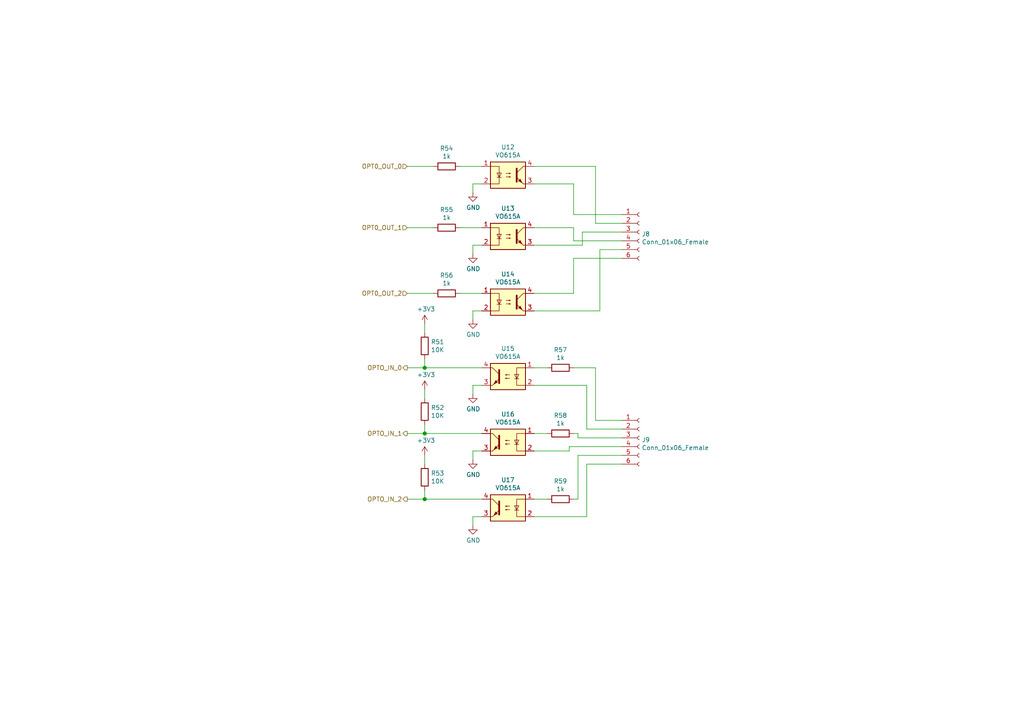
<source format=kicad_sch>
(kicad_sch (version 20201015) (generator eeschema)

  (paper "A4")

  (lib_symbols
    (symbol "Connector:Conn_01x06_Female" (pin_names (offset 1.016) hide) (in_bom yes) (on_board yes)
      (property "Reference" "J" (id 0) (at 0 7.62 0)
        (effects (font (size 1.27 1.27)))
      )
      (property "Value" "Conn_01x06_Female" (id 1) (at 0 -10.16 0)
        (effects (font (size 1.27 1.27)))
      )
      (property "Footprint" "" (id 2) (at 0 0 0)
        (effects (font (size 1.27 1.27)) hide)
      )
      (property "Datasheet" "~" (id 3) (at 0 0 0)
        (effects (font (size 1.27 1.27)) hide)
      )
      (property "ki_keywords" "connector" (id 4) (at 0 0 0)
        (effects (font (size 1.27 1.27)) hide)
      )
      (property "ki_description" "Generic connector, single row, 01x06, script generated (kicad-library-utils/schlib/autogen/connector/)" (id 5) (at 0 0 0)
        (effects (font (size 1.27 1.27)) hide)
      )
      (property "ki_fp_filters" "Connector*:*_1x??_*" (id 6) (at 0 0 0)
        (effects (font (size 1.27 1.27)) hide)
      )
      (symbol "Conn_01x06_Female_1_1"
        (arc (start 0 -7.112) (end 0 -8.128) (radius (at 0 -7.62) (length 0.508) (angles 90.1 -90.1))
          (stroke (width 0.1524)) (fill (type none))
        )
        (arc (start 0 -4.572) (end 0 -5.588) (radius (at 0 -5.08) (length 0.508) (angles 90.1 -90.1))
          (stroke (width 0.1524)) (fill (type none))
        )
        (arc (start 0 -2.032) (end 0 -3.048) (radius (at 0 -2.54) (length 0.508) (angles 90.1 -90.1))
          (stroke (width 0.1524)) (fill (type none))
        )
        (arc (start 0 0.508) (end 0 -0.508) (radius (at 0 0) (length 0.508) (angles 90.1 -90.1))
          (stroke (width 0.1524)) (fill (type none))
        )
        (arc (start 0 3.048) (end 0 2.032) (radius (at 0 2.54) (length 0.508) (angles 90.1 -90.1))
          (stroke (width 0.1524)) (fill (type none))
        )
        (arc (start 0 5.588) (end 0 4.572) (radius (at 0 5.08) (length 0.508) (angles 90.1 -90.1))
          (stroke (width 0.1524)) (fill (type none))
        )
        (polyline
          (pts
            (xy -1.27 -7.62)
            (xy -0.508 -7.62)
          )
          (stroke (width 0.1524)) (fill (type none))
        )
        (polyline
          (pts
            (xy -1.27 -5.08)
            (xy -0.508 -5.08)
          )
          (stroke (width 0.1524)) (fill (type none))
        )
        (polyline
          (pts
            (xy -1.27 -2.54)
            (xy -0.508 -2.54)
          )
          (stroke (width 0.1524)) (fill (type none))
        )
        (polyline
          (pts
            (xy -1.27 0)
            (xy -0.508 0)
          )
          (stroke (width 0.1524)) (fill (type none))
        )
        (polyline
          (pts
            (xy -1.27 2.54)
            (xy -0.508 2.54)
          )
          (stroke (width 0.1524)) (fill (type none))
        )
        (polyline
          (pts
            (xy -1.27 5.08)
            (xy -0.508 5.08)
          )
          (stroke (width 0.1524)) (fill (type none))
        )
        (pin passive line (at -5.08 5.08 0) (length 3.81)
          (name "Pin_1" (effects (font (size 1.27 1.27))))
          (number "1" (effects (font (size 1.27 1.27))))
        )
        (pin passive line (at -5.08 2.54 0) (length 3.81)
          (name "Pin_2" (effects (font (size 1.27 1.27))))
          (number "2" (effects (font (size 1.27 1.27))))
        )
        (pin passive line (at -5.08 0 0) (length 3.81)
          (name "Pin_3" (effects (font (size 1.27 1.27))))
          (number "3" (effects (font (size 1.27 1.27))))
        )
        (pin passive line (at -5.08 -2.54 0) (length 3.81)
          (name "Pin_4" (effects (font (size 1.27 1.27))))
          (number "4" (effects (font (size 1.27 1.27))))
        )
        (pin passive line (at -5.08 -5.08 0) (length 3.81)
          (name "Pin_5" (effects (font (size 1.27 1.27))))
          (number "5" (effects (font (size 1.27 1.27))))
        )
        (pin passive line (at -5.08 -7.62 0) (length 3.81)
          (name "Pin_6" (effects (font (size 1.27 1.27))))
          (number "6" (effects (font (size 1.27 1.27))))
        )
      )
    )
    (symbol "Device:R" (pin_numbers hide) (pin_names (offset 0)) (in_bom yes) (on_board yes)
      (property "Reference" "R" (id 0) (at 2.032 0 90)
        (effects (font (size 1.27 1.27)))
      )
      (property "Value" "R" (id 1) (at 0 0 90)
        (effects (font (size 1.27 1.27)))
      )
      (property "Footprint" "" (id 2) (at -1.778 0 90)
        (effects (font (size 1.27 1.27)) hide)
      )
      (property "Datasheet" "~" (id 3) (at 0 0 0)
        (effects (font (size 1.27 1.27)) hide)
      )
      (property "ki_keywords" "R res resistor" (id 4) (at 0 0 0)
        (effects (font (size 1.27 1.27)) hide)
      )
      (property "ki_description" "Resistor" (id 5) (at 0 0 0)
        (effects (font (size 1.27 1.27)) hide)
      )
      (property "ki_fp_filters" "R_*" (id 6) (at 0 0 0)
        (effects (font (size 1.27 1.27)) hide)
      )
      (symbol "R_0_1"
        (rectangle (start -1.016 -2.54) (end 1.016 2.54)
          (stroke (width 0.254)) (fill (type none))
        )
      )
      (symbol "R_1_1"
        (pin passive line (at 0 3.81 270) (length 1.27)
          (name "~" (effects (font (size 1.27 1.27))))
          (number "1" (effects (font (size 1.27 1.27))))
        )
        (pin passive line (at 0 -3.81 90) (length 1.27)
          (name "~" (effects (font (size 1.27 1.27))))
          (number "2" (effects (font (size 1.27 1.27))))
        )
      )
    )
    (symbol "Isolator:VO615A" (pin_names (offset 0.762)) (in_bom yes) (on_board yes)
      (property "Reference" "U" (id 0) (at 0 7.62 0)
        (effects (font (size 1.27 1.27)))
      )
      (property "Value" "VO615A" (id 1) (at 0 5.08 0)
        (effects (font (size 1.27 1.27)))
      )
      (property "Footprint" "" (id 2) (at 0 0 0)
        (effects (font (size 1.27 1.27)) hide)
      )
      (property "Datasheet" "http://www.vishay.com/docs/81753/vo615a.pdf" (id 3) (at 0 0 0)
        (effects (font (size 1.27 1.27)) hide)
      )
      (property "ki_keywords" "NPN DC Optocoupler" (id 4) (at 0 0 0)
        (effects (font (size 1.27 1.27)) hide)
      )
      (property "ki_description" "DC Optocoupler, Vce 70V, CTR 50-600% @ 5mA, Viso 5000Vrms, DIP4" (id 5) (at 0 0 0)
        (effects (font (size 1.27 1.27)) hide)
      )
      (property "ki_fp_filters" "DIP*W7.62mm* DIP*W10.16mm* SMDIP*W7.62mm* SMDIP*W9.53mm* SMDIP*W11.48mm*" (id 6) (at 0 0 0)
        (effects (font (size 1.27 1.27)) hide)
      )
      (symbol "VO615A_0_1"
        (rectangle (start -5.08 3.81) (end 5.08 -3.81)
          (stroke (width 0.254)) (fill (type background))
        )
        (polyline
          (pts
            (xy -3.175 -0.635)
            (xy -1.905 -0.635)
          )
          (stroke (width 0)) (fill (type none))
        )
        (polyline
          (pts
            (xy 2.54 0.635)
            (xy 4.445 2.54)
          )
          (stroke (width 0)) (fill (type none))
        )
        (polyline
          (pts
            (xy 4.445 -2.54)
            (xy 2.54 -0.635)
          )
          (stroke (width 0)) (fill (type outline))
        )
        (polyline
          (pts
            (xy 4.445 -2.54)
            (xy 5.08 -2.54)
          )
          (stroke (width 0)) (fill (type none))
        )
        (polyline
          (pts
            (xy 4.445 2.54)
            (xy 5.08 2.54)
          )
          (stroke (width 0)) (fill (type none))
        )
        (polyline
          (pts
            (xy 2.54 1.905)
            (xy 2.54 -1.905)
            (xy 2.54 -1.905)
          )
          (stroke (width 0.508)) (fill (type none))
        )
        (polyline
          (pts
            (xy -5.08 2.54)
            (xy -2.54 2.54)
            (xy -2.54 -2.54)
            (xy -5.08 -2.54)
          )
          (stroke (width 0)) (fill (type none))
        )
        (polyline
          (pts
            (xy -2.54 -0.635)
            (xy -3.175 0.635)
            (xy -1.905 0.635)
            (xy -2.54 -0.635)
          )
          (stroke (width 0)) (fill (type none))
        )
        (polyline
          (pts
            (xy -0.508 -0.508)
            (xy 0.762 -0.508)
            (xy 0.381 -0.635)
            (xy 0.381 -0.381)
            (xy 0.762 -0.508)
          )
          (stroke (width 0)) (fill (type none))
        )
        (polyline
          (pts
            (xy -0.508 0.508)
            (xy 0.762 0.508)
            (xy 0.381 0.381)
            (xy 0.381 0.635)
            (xy 0.762 0.508)
          )
          (stroke (width 0)) (fill (type none))
        )
        (polyline
          (pts
            (xy 3.048 -1.651)
            (xy 3.556 -1.143)
            (xy 4.064 -2.159)
            (xy 3.048 -1.651)
            (xy 3.048 -1.651)
          )
          (stroke (width 0)) (fill (type outline))
        )
      )
      (symbol "VO615A_1_1"
        (pin passive line (at -7.62 2.54 0) (length 2.54)
          (name "~" (effects (font (size 1.27 1.27))))
          (number "1" (effects (font (size 1.27 1.27))))
        )
        (pin passive line (at -7.62 -2.54 0) (length 2.54)
          (name "~" (effects (font (size 1.27 1.27))))
          (number "2" (effects (font (size 1.27 1.27))))
        )
        (pin passive line (at 7.62 -2.54 180) (length 2.54)
          (name "~" (effects (font (size 1.27 1.27))))
          (number "3" (effects (font (size 1.27 1.27))))
        )
        (pin passive line (at 7.62 2.54 180) (length 2.54)
          (name "~" (effects (font (size 1.27 1.27))))
          (number "4" (effects (font (size 1.27 1.27))))
        )
      )
    )
    (symbol "power:+3V3" (power) (pin_names (offset 0)) (in_bom yes) (on_board yes)
      (property "Reference" "#PWR" (id 0) (at 0 -3.81 0)
        (effects (font (size 1.27 1.27)) hide)
      )
      (property "Value" "+3V3" (id 1) (at 0 3.556 0)
        (effects (font (size 1.27 1.27)))
      )
      (property "Footprint" "" (id 2) (at 0 0 0)
        (effects (font (size 1.27 1.27)) hide)
      )
      (property "Datasheet" "" (id 3) (at 0 0 0)
        (effects (font (size 1.27 1.27)) hide)
      )
      (property "ki_keywords" "power-flag" (id 4) (at 0 0 0)
        (effects (font (size 1.27 1.27)) hide)
      )
      (property "ki_description" "Power symbol creates a global label with name \"+3V3\"" (id 5) (at 0 0 0)
        (effects (font (size 1.27 1.27)) hide)
      )
      (symbol "+3V3_0_1"
        (polyline
          (pts
            (xy -0.762 1.27)
            (xy 0 2.54)
          )
          (stroke (width 0)) (fill (type none))
        )
        (polyline
          (pts
            (xy 0 0)
            (xy 0 2.54)
          )
          (stroke (width 0)) (fill (type none))
        )
        (polyline
          (pts
            (xy 0 2.54)
            (xy 0.762 1.27)
          )
          (stroke (width 0)) (fill (type none))
        )
      )
      (symbol "+3V3_1_1"
        (pin power_in line (at 0 0 90) (length 0) hide
          (name "+3V3" (effects (font (size 1.27 1.27))))
          (number "1" (effects (font (size 1.27 1.27))))
        )
      )
    )
    (symbol "power:GND" (power) (pin_names (offset 0)) (in_bom yes) (on_board yes)
      (property "Reference" "#PWR" (id 0) (at 0 -6.35 0)
        (effects (font (size 1.27 1.27)) hide)
      )
      (property "Value" "GND" (id 1) (at 0 -3.81 0)
        (effects (font (size 1.27 1.27)))
      )
      (property "Footprint" "" (id 2) (at 0 0 0)
        (effects (font (size 1.27 1.27)) hide)
      )
      (property "Datasheet" "" (id 3) (at 0 0 0)
        (effects (font (size 1.27 1.27)) hide)
      )
      (property "ki_keywords" "power-flag" (id 4) (at 0 0 0)
        (effects (font (size 1.27 1.27)) hide)
      )
      (property "ki_description" "Power symbol creates a global label with name \"GND\" , ground" (id 5) (at 0 0 0)
        (effects (font (size 1.27 1.27)) hide)
      )
      (symbol "GND_0_1"
        (polyline
          (pts
            (xy 0 0)
            (xy 0 -1.27)
            (xy 1.27 -1.27)
            (xy 0 -2.54)
            (xy -1.27 -1.27)
            (xy 0 -1.27)
          )
          (stroke (width 0)) (fill (type none))
        )
      )
      (symbol "GND_1_1"
        (pin power_in line (at 0 0 270) (length 0) hide
          (name "GND" (effects (font (size 1.27 1.27))))
          (number "1" (effects (font (size 1.27 1.27))))
        )
      )
    )
  )

  (junction (at 123.19 106.68) (diameter 1.016) (color 0 0 0 0))
  (junction (at 123.19 125.73) (diameter 1.016) (color 0 0 0 0))
  (junction (at 123.19 144.78) (diameter 1.016) (color 0 0 0 0))

  (wire (pts (xy 118.11 48.26) (xy 125.73 48.26))
    (stroke (width 0) (type solid) (color 0 0 0 0))
  )
  (wire (pts (xy 118.11 66.04) (xy 125.73 66.04))
    (stroke (width 0) (type solid) (color 0 0 0 0))
  )
  (wire (pts (xy 118.11 85.09) (xy 125.73 85.09))
    (stroke (width 0) (type solid) (color 0 0 0 0))
  )
  (wire (pts (xy 118.11 106.68) (xy 123.19 106.68))
    (stroke (width 0) (type solid) (color 0 0 0 0))
  )
  (wire (pts (xy 118.11 125.73) (xy 123.19 125.73))
    (stroke (width 0) (type solid) (color 0 0 0 0))
  )
  (wire (pts (xy 118.11 144.78) (xy 123.19 144.78))
    (stroke (width 0) (type solid) (color 0 0 0 0))
  )
  (wire (pts (xy 123.19 93.98) (xy 123.19 96.52))
    (stroke (width 0) (type solid) (color 0 0 0 0))
  )
  (wire (pts (xy 123.19 104.14) (xy 123.19 106.68))
    (stroke (width 0) (type solid) (color 0 0 0 0))
  )
  (wire (pts (xy 123.19 106.68) (xy 139.7 106.68))
    (stroke (width 0) (type solid) (color 0 0 0 0))
  )
  (wire (pts (xy 123.19 113.03) (xy 123.19 115.57))
    (stroke (width 0) (type solid) (color 0 0 0 0))
  )
  (wire (pts (xy 123.19 123.19) (xy 123.19 125.73))
    (stroke (width 0) (type solid) (color 0 0 0 0))
  )
  (wire (pts (xy 123.19 125.73) (xy 139.7 125.73))
    (stroke (width 0) (type solid) (color 0 0 0 0))
  )
  (wire (pts (xy 123.19 132.08) (xy 123.19 134.62))
    (stroke (width 0) (type solid) (color 0 0 0 0))
  )
  (wire (pts (xy 123.19 142.24) (xy 123.19 144.78))
    (stroke (width 0) (type solid) (color 0 0 0 0))
  )
  (wire (pts (xy 123.19 144.78) (xy 139.7 144.78))
    (stroke (width 0) (type solid) (color 0 0 0 0))
  )
  (wire (pts (xy 133.35 48.26) (xy 139.7 48.26))
    (stroke (width 0) (type solid) (color 0 0 0 0))
  )
  (wire (pts (xy 133.35 66.04) (xy 139.7 66.04))
    (stroke (width 0) (type solid) (color 0 0 0 0))
  )
  (wire (pts (xy 133.35 85.09) (xy 139.7 85.09))
    (stroke (width 0) (type solid) (color 0 0 0 0))
  )
  (wire (pts (xy 137.16 53.34) (xy 137.16 55.88))
    (stroke (width 0) (type solid) (color 0 0 0 0))
  )
  (wire (pts (xy 137.16 71.12) (xy 137.16 73.66))
    (stroke (width 0) (type solid) (color 0 0 0 0))
  )
  (wire (pts (xy 137.16 90.17) (xy 137.16 92.71))
    (stroke (width 0) (type solid) (color 0 0 0 0))
  )
  (wire (pts (xy 137.16 111.76) (xy 137.16 114.3))
    (stroke (width 0) (type solid) (color 0 0 0 0))
  )
  (wire (pts (xy 137.16 130.81) (xy 137.16 133.35))
    (stroke (width 0) (type solid) (color 0 0 0 0))
  )
  (wire (pts (xy 137.16 149.86) (xy 137.16 152.4))
    (stroke (width 0) (type solid) (color 0 0 0 0))
  )
  (wire (pts (xy 139.7 53.34) (xy 137.16 53.34))
    (stroke (width 0) (type solid) (color 0 0 0 0))
  )
  (wire (pts (xy 139.7 71.12) (xy 137.16 71.12))
    (stroke (width 0) (type solid) (color 0 0 0 0))
  )
  (wire (pts (xy 139.7 90.17) (xy 137.16 90.17))
    (stroke (width 0) (type solid) (color 0 0 0 0))
  )
  (wire (pts (xy 139.7 111.76) (xy 137.16 111.76))
    (stroke (width 0) (type solid) (color 0 0 0 0))
  )
  (wire (pts (xy 139.7 130.81) (xy 137.16 130.81))
    (stroke (width 0) (type solid) (color 0 0 0 0))
  )
  (wire (pts (xy 139.7 149.86) (xy 137.16 149.86))
    (stroke (width 0) (type solid) (color 0 0 0 0))
  )
  (wire (pts (xy 154.94 48.26) (xy 172.72 48.26))
    (stroke (width 0) (type solid) (color 0 0 0 0))
  )
  (wire (pts (xy 154.94 66.04) (xy 166.37 66.04))
    (stroke (width 0) (type solid) (color 0 0 0 0))
  )
  (wire (pts (xy 154.94 90.17) (xy 173.99 90.17))
    (stroke (width 0) (type solid) (color 0 0 0 0))
  )
  (wire (pts (xy 154.94 106.68) (xy 158.75 106.68))
    (stroke (width 0) (type solid) (color 0 0 0 0))
  )
  (wire (pts (xy 158.75 125.73) (xy 154.94 125.73))
    (stroke (width 0) (type solid) (color 0 0 0 0))
  )
  (wire (pts (xy 158.75 144.78) (xy 154.94 144.78))
    (stroke (width 0) (type solid) (color 0 0 0 0))
  )
  (wire (pts (xy 165.1 129.54) (xy 165.1 130.81))
    (stroke (width 0) (type solid) (color 0 0 0 0))
  )
  (wire (pts (xy 165.1 130.81) (xy 154.94 130.81))
    (stroke (width 0) (type solid) (color 0 0 0 0))
  )
  (wire (pts (xy 166.37 53.34) (xy 154.94 53.34))
    (stroke (width 0) (type solid) (color 0 0 0 0))
  )
  (wire (pts (xy 166.37 62.23) (xy 166.37 53.34))
    (stroke (width 0) (type solid) (color 0 0 0 0))
  )
  (wire (pts (xy 166.37 66.04) (xy 166.37 69.85))
    (stroke (width 0) (type solid) (color 0 0 0 0))
  )
  (wire (pts (xy 166.37 69.85) (xy 180.34 69.85))
    (stroke (width 0) (type solid) (color 0 0 0 0))
  )
  (wire (pts (xy 166.37 74.93) (xy 166.37 85.09))
    (stroke (width 0) (type solid) (color 0 0 0 0))
  )
  (wire (pts (xy 166.37 85.09) (xy 154.94 85.09))
    (stroke (width 0) (type solid) (color 0 0 0 0))
  )
  (wire (pts (xy 166.37 106.68) (xy 172.72 106.68))
    (stroke (width 0) (type solid) (color 0 0 0 0))
  )
  (wire (pts (xy 167.64 125.73) (xy 166.37 125.73))
    (stroke (width 0) (type solid) (color 0 0 0 0))
  )
  (wire (pts (xy 167.64 127) (xy 167.64 125.73))
    (stroke (width 0) (type solid) (color 0 0 0 0))
  )
  (wire (pts (xy 167.64 132.08) (xy 167.64 144.78))
    (stroke (width 0) (type solid) (color 0 0 0 0))
  )
  (wire (pts (xy 167.64 144.78) (xy 166.37 144.78))
    (stroke (width 0) (type solid) (color 0 0 0 0))
  )
  (wire (pts (xy 168.91 67.31) (xy 168.91 71.12))
    (stroke (width 0) (type solid) (color 0 0 0 0))
  )
  (wire (pts (xy 168.91 71.12) (xy 154.94 71.12))
    (stroke (width 0) (type solid) (color 0 0 0 0))
  )
  (wire (pts (xy 170.18 111.76) (xy 154.94 111.76))
    (stroke (width 0) (type solid) (color 0 0 0 0))
  )
  (wire (pts (xy 170.18 111.76) (xy 170.18 124.46))
    (stroke (width 0) (type solid) (color 0 0 0 0))
  )
  (wire (pts (xy 170.18 124.46) (xy 180.34 124.46))
    (stroke (width 0) (type solid) (color 0 0 0 0))
  )
  (wire (pts (xy 170.18 134.62) (xy 170.18 149.86))
    (stroke (width 0) (type solid) (color 0 0 0 0))
  )
  (wire (pts (xy 170.18 149.86) (xy 154.94 149.86))
    (stroke (width 0) (type solid) (color 0 0 0 0))
  )
  (wire (pts (xy 172.72 48.26) (xy 172.72 64.77))
    (stroke (width 0) (type solid) (color 0 0 0 0))
  )
  (wire (pts (xy 172.72 64.77) (xy 180.34 64.77))
    (stroke (width 0) (type solid) (color 0 0 0 0))
  )
  (wire (pts (xy 172.72 106.68) (xy 172.72 121.92))
    (stroke (width 0) (type solid) (color 0 0 0 0))
  )
  (wire (pts (xy 172.72 121.92) (xy 180.34 121.92))
    (stroke (width 0) (type solid) (color 0 0 0 0))
  )
  (wire (pts (xy 173.99 72.39) (xy 180.34 72.39))
    (stroke (width 0) (type solid) (color 0 0 0 0))
  )
  (wire (pts (xy 173.99 90.17) (xy 173.99 72.39))
    (stroke (width 0) (type solid) (color 0 0 0 0))
  )
  (wire (pts (xy 180.34 62.23) (xy 166.37 62.23))
    (stroke (width 0) (type solid) (color 0 0 0 0))
  )
  (wire (pts (xy 180.34 67.31) (xy 168.91 67.31))
    (stroke (width 0) (type solid) (color 0 0 0 0))
  )
  (wire (pts (xy 180.34 74.93) (xy 166.37 74.93))
    (stroke (width 0) (type solid) (color 0 0 0 0))
  )
  (wire (pts (xy 180.34 127) (xy 167.64 127))
    (stroke (width 0) (type solid) (color 0 0 0 0))
  )
  (wire (pts (xy 180.34 129.54) (xy 165.1 129.54))
    (stroke (width 0) (type solid) (color 0 0 0 0))
  )
  (wire (pts (xy 180.34 132.08) (xy 167.64 132.08))
    (stroke (width 0) (type solid) (color 0 0 0 0))
  )
  (wire (pts (xy 180.34 134.62) (xy 170.18 134.62))
    (stroke (width 0) (type solid) (color 0 0 0 0))
  )

  (hierarchical_label "OPT0_OUT_0" (shape input) (at 118.11 48.26 180)
    (effects (font (size 1.27 1.27)) (justify right))
  )
  (hierarchical_label "OPT0_OUT_1" (shape input) (at 118.11 66.04 180)
    (effects (font (size 1.27 1.27)) (justify right))
  )
  (hierarchical_label "OPT0_OUT_2" (shape input) (at 118.11 85.09 180)
    (effects (font (size 1.27 1.27)) (justify right))
  )
  (hierarchical_label "OPTO_IN_0" (shape output) (at 118.11 106.68 180)
    (effects (font (size 1.27 1.27)) (justify right))
  )
  (hierarchical_label "OPTO_IN_1" (shape output) (at 118.11 125.73 180)
    (effects (font (size 1.27 1.27)) (justify right))
  )
  (hierarchical_label "OPTO_IN_2" (shape output) (at 118.11 144.78 180)
    (effects (font (size 1.27 1.27)) (justify right))
  )

  (symbol (lib_id "power:+3V3") (at 123.19 93.98 0) (unit 1)
    (in_bom yes) (on_board yes)
    (uuid "b164f9e4-11bc-4e70-b754-b567eb945e2f")
    (property "Reference" "#PWR098" (id 0) (at 123.19 97.79 0)
      (effects (font (size 1.27 1.27)) hide)
    )
    (property "Value" "+3V3" (id 1) (at 123.5583 89.6556 0))
    (property "Footprint" "" (id 2) (at 123.19 93.98 0)
      (effects (font (size 1.27 1.27)) hide)
    )
    (property "Datasheet" "" (id 3) (at 123.19 93.98 0)
      (effects (font (size 1.27 1.27)) hide)
    )
  )

  (symbol (lib_id "power:+3V3") (at 123.19 113.03 0) (unit 1)
    (in_bom yes) (on_board yes)
    (uuid "8696bdc8-3a52-41da-8dd5-f05317b23d5a")
    (property "Reference" "#PWR099" (id 0) (at 123.19 116.84 0)
      (effects (font (size 1.27 1.27)) hide)
    )
    (property "Value" "+3V3" (id 1) (at 123.5583 108.7056 0))
    (property "Footprint" "" (id 2) (at 123.19 113.03 0)
      (effects (font (size 1.27 1.27)) hide)
    )
    (property "Datasheet" "" (id 3) (at 123.19 113.03 0)
      (effects (font (size 1.27 1.27)) hide)
    )
  )

  (symbol (lib_id "power:+3V3") (at 123.19 132.08 0) (unit 1)
    (in_bom yes) (on_board yes)
    (uuid "b6d855b0-e81d-49ea-a1c7-bf17fb93ae7d")
    (property "Reference" "#PWR0100" (id 0) (at 123.19 135.89 0)
      (effects (font (size 1.27 1.27)) hide)
    )
    (property "Value" "+3V3" (id 1) (at 123.5583 127.7556 0))
    (property "Footprint" "" (id 2) (at 123.19 132.08 0)
      (effects (font (size 1.27 1.27)) hide)
    )
    (property "Datasheet" "" (id 3) (at 123.19 132.08 0)
      (effects (font (size 1.27 1.27)) hide)
    )
  )

  (symbol (lib_id "power:GND") (at 137.16 55.88 0) (unit 1)
    (in_bom yes) (on_board yes)
    (uuid "935be48c-1b28-4222-9b6b-d7b574a62832")
    (property "Reference" "#PWR0101" (id 0) (at 137.16 62.23 0)
      (effects (font (size 1.27 1.27)) hide)
    )
    (property "Value" "GND" (id 1) (at 137.2743 60.2044 0))
    (property "Footprint" "" (id 2) (at 137.16 55.88 0)
      (effects (font (size 1.27 1.27)) hide)
    )
    (property "Datasheet" "" (id 3) (at 137.16 55.88 0)
      (effects (font (size 1.27 1.27)) hide)
    )
  )

  (symbol (lib_id "power:GND") (at 137.16 73.66 0) (unit 1)
    (in_bom yes) (on_board yes)
    (uuid "1dce6b03-e680-44b5-b9eb-0feee9e87263")
    (property "Reference" "#PWR0102" (id 0) (at 137.16 80.01 0)
      (effects (font (size 1.27 1.27)) hide)
    )
    (property "Value" "GND" (id 1) (at 137.2743 77.9844 0))
    (property "Footprint" "" (id 2) (at 137.16 73.66 0)
      (effects (font (size 1.27 1.27)) hide)
    )
    (property "Datasheet" "" (id 3) (at 137.16 73.66 0)
      (effects (font (size 1.27 1.27)) hide)
    )
  )

  (symbol (lib_id "power:GND") (at 137.16 92.71 0) (unit 1)
    (in_bom yes) (on_board yes)
    (uuid "954f0091-9c76-45b4-81ca-8390a81f7408")
    (property "Reference" "#PWR0103" (id 0) (at 137.16 99.06 0)
      (effects (font (size 1.27 1.27)) hide)
    )
    (property "Value" "GND" (id 1) (at 137.2743 97.0344 0))
    (property "Footprint" "" (id 2) (at 137.16 92.71 0)
      (effects (font (size 1.27 1.27)) hide)
    )
    (property "Datasheet" "" (id 3) (at 137.16 92.71 0)
      (effects (font (size 1.27 1.27)) hide)
    )
  )

  (symbol (lib_id "power:GND") (at 137.16 114.3 0) (unit 1)
    (in_bom yes) (on_board yes)
    (uuid "998f4ed0-b1d3-4e64-b437-56a4fc6b85cb")
    (property "Reference" "#PWR0104" (id 0) (at 137.16 120.65 0)
      (effects (font (size 1.27 1.27)) hide)
    )
    (property "Value" "GND" (id 1) (at 137.2743 118.6244 0))
    (property "Footprint" "" (id 2) (at 137.16 114.3 0)
      (effects (font (size 1.27 1.27)) hide)
    )
    (property "Datasheet" "" (id 3) (at 137.16 114.3 0)
      (effects (font (size 1.27 1.27)) hide)
    )
  )

  (symbol (lib_id "power:GND") (at 137.16 133.35 0) (unit 1)
    (in_bom yes) (on_board yes)
    (uuid "d7c69153-27d4-4149-af62-07ee4cdc90f1")
    (property "Reference" "#PWR0105" (id 0) (at 137.16 139.7 0)
      (effects (font (size 1.27 1.27)) hide)
    )
    (property "Value" "GND" (id 1) (at 137.2743 137.6744 0))
    (property "Footprint" "" (id 2) (at 137.16 133.35 0)
      (effects (font (size 1.27 1.27)) hide)
    )
    (property "Datasheet" "" (id 3) (at 137.16 133.35 0)
      (effects (font (size 1.27 1.27)) hide)
    )
  )

  (symbol (lib_id "power:GND") (at 137.16 152.4 0) (unit 1)
    (in_bom yes) (on_board yes)
    (uuid "a93031a7-5f49-484f-b70d-77bb7a9ebef2")
    (property "Reference" "#PWR0106" (id 0) (at 137.16 158.75 0)
      (effects (font (size 1.27 1.27)) hide)
    )
    (property "Value" "GND" (id 1) (at 137.2743 156.7244 0))
    (property "Footprint" "" (id 2) (at 137.16 152.4 0)
      (effects (font (size 1.27 1.27)) hide)
    )
    (property "Datasheet" "" (id 3) (at 137.16 152.4 0)
      (effects (font (size 1.27 1.27)) hide)
    )
  )

  (symbol (lib_id "Device:R") (at 123.19 100.33 0) (unit 1)
    (in_bom yes) (on_board yes)
    (uuid "46d91bd1-c717-4f85-9b91-60a3da13a57f")
    (property "Reference" "R51" (id 0) (at 124.9681 99.1806 0)
      (effects (font (size 1.27 1.27)) (justify left))
    )
    (property "Value" "10K" (id 1) (at 124.968 101.479 0)
      (effects (font (size 1.27 1.27)) (justify left))
    )
    (property "Footprint" "Resistor_SMD:R_0603_1608Metric" (id 2) (at 121.412 100.33 90)
      (effects (font (size 1.27 1.27)) hide)
    )
    (property "Datasheet" "~" (id 3) (at 123.19 100.33 0)
      (effects (font (size 1.27 1.27)) hide)
    )
  )

  (symbol (lib_id "Device:R") (at 123.19 119.38 0) (unit 1)
    (in_bom yes) (on_board yes)
    (uuid "317e9468-ff75-4f30-adb1-fe895ef79712")
    (property "Reference" "R52" (id 0) (at 124.9681 118.2306 0)
      (effects (font (size 1.27 1.27)) (justify left))
    )
    (property "Value" "10K" (id 1) (at 124.968 120.529 0)
      (effects (font (size 1.27 1.27)) (justify left))
    )
    (property "Footprint" "Resistor_SMD:R_0603_1608Metric" (id 2) (at 121.412 119.38 90)
      (effects (font (size 1.27 1.27)) hide)
    )
    (property "Datasheet" "~" (id 3) (at 123.19 119.38 0)
      (effects (font (size 1.27 1.27)) hide)
    )
  )

  (symbol (lib_id "Device:R") (at 123.19 138.43 0) (unit 1)
    (in_bom yes) (on_board yes)
    (uuid "68629680-3bc2-4bdf-a3c9-ce7156cae584")
    (property "Reference" "R53" (id 0) (at 124.9681 137.2806 0)
      (effects (font (size 1.27 1.27)) (justify left))
    )
    (property "Value" "10K" (id 1) (at 124.968 139.579 0)
      (effects (font (size 1.27 1.27)) (justify left))
    )
    (property "Footprint" "Resistor_SMD:R_0603_1608Metric" (id 2) (at 121.412 138.43 90)
      (effects (font (size 1.27 1.27)) hide)
    )
    (property "Datasheet" "~" (id 3) (at 123.19 138.43 0)
      (effects (font (size 1.27 1.27)) hide)
    )
  )

  (symbol (lib_id "Device:R") (at 129.54 48.26 90) (unit 1)
    (in_bom yes) (on_board yes)
    (uuid "896279ec-a8d1-4476-bd23-ae64976fa45d")
    (property "Reference" "R54" (id 0) (at 129.54 43.0338 90))
    (property "Value" "1k" (id 1) (at 129.54 45.332 90))
    (property "Footprint" "Resistor_SMD:R_0603_1608Metric" (id 2) (at 129.54 50.038 90)
      (effects (font (size 1.27 1.27)) hide)
    )
    (property "Datasheet" "~" (id 3) (at 129.54 48.26 0)
      (effects (font (size 1.27 1.27)) hide)
    )
  )

  (symbol (lib_id "Device:R") (at 129.54 66.04 90) (unit 1)
    (in_bom yes) (on_board yes)
    (uuid "d3ecdded-fe55-4d02-8c04-7b978084403f")
    (property "Reference" "R55" (id 0) (at 129.54 60.8138 90))
    (property "Value" "1k" (id 1) (at 129.54 63.112 90))
    (property "Footprint" "Resistor_SMD:R_0603_1608Metric" (id 2) (at 129.54 67.818 90)
      (effects (font (size 1.27 1.27)) hide)
    )
    (property "Datasheet" "~" (id 3) (at 129.54 66.04 0)
      (effects (font (size 1.27 1.27)) hide)
    )
  )

  (symbol (lib_id "Device:R") (at 129.54 85.09 90) (unit 1)
    (in_bom yes) (on_board yes)
    (uuid "a2a9191b-f24d-47e6-a5ca-3724d1bf8a44")
    (property "Reference" "R56" (id 0) (at 129.54 79.8638 90))
    (property "Value" "1k" (id 1) (at 129.54 82.162 90))
    (property "Footprint" "Resistor_SMD:R_0603_1608Metric" (id 2) (at 129.54 86.868 90)
      (effects (font (size 1.27 1.27)) hide)
    )
    (property "Datasheet" "~" (id 3) (at 129.54 85.09 0)
      (effects (font (size 1.27 1.27)) hide)
    )
  )

  (symbol (lib_id "Device:R") (at 162.56 106.68 90) (unit 1)
    (in_bom yes) (on_board yes)
    (uuid "8344788d-32f7-4dd9-9693-b17800495132")
    (property "Reference" "R57" (id 0) (at 162.56 101.4538 90))
    (property "Value" "1k" (id 1) (at 162.56 103.752 90))
    (property "Footprint" "Resistor_SMD:R_0603_1608Metric" (id 2) (at 162.56 108.458 90)
      (effects (font (size 1.27 1.27)) hide)
    )
    (property "Datasheet" "~" (id 3) (at 162.56 106.68 0)
      (effects (font (size 1.27 1.27)) hide)
    )
  )

  (symbol (lib_id "Device:R") (at 162.56 125.73 90) (unit 1)
    (in_bom yes) (on_board yes)
    (uuid "9505bee3-6ba1-4466-840b-360b48daed2e")
    (property "Reference" "R58" (id 0) (at 162.56 120.5038 90))
    (property "Value" "1k" (id 1) (at 162.56 122.802 90))
    (property "Footprint" "Resistor_SMD:R_0603_1608Metric" (id 2) (at 162.56 127.508 90)
      (effects (font (size 1.27 1.27)) hide)
    )
    (property "Datasheet" "~" (id 3) (at 162.56 125.73 0)
      (effects (font (size 1.27 1.27)) hide)
    )
  )

  (symbol (lib_id "Device:R") (at 162.56 144.78 90) (unit 1)
    (in_bom yes) (on_board yes)
    (uuid "cbeb341a-1477-4494-851b-b846dd5be9d6")
    (property "Reference" "R59" (id 0) (at 162.56 139.5538 90))
    (property "Value" "1k" (id 1) (at 162.56 141.852 90))
    (property "Footprint" "Resistor_SMD:R_0603_1608Metric" (id 2) (at 162.56 146.558 90)
      (effects (font (size 1.27 1.27)) hide)
    )
    (property "Datasheet" "~" (id 3) (at 162.56 144.78 0)
      (effects (font (size 1.27 1.27)) hide)
    )
  )

  (symbol (lib_id "Connector:Conn_01x06_Female") (at 185.42 67.31 0) (unit 1)
    (in_bom yes) (on_board yes)
    (uuid "7b6b3b09-aaef-48ed-89a0-01ef0f0f6f67")
    (property "Reference" "J8" (id 0) (at 186.1313 67.8878 0)
      (effects (font (size 1.27 1.27)) (justify left))
    )
    (property "Value" "Conn_01x06_Female" (id 1) (at 186.1313 70.1865 0)
      (effects (font (size 1.27 1.27)) (justify left))
    )
    (property "Footprint" "Connector_WUT:Weidmuller_SL3.5-6-90G" (id 2) (at 185.42 67.31 0)
      (effects (font (size 1.27 1.27)) hide)
    )
    (property "Datasheet" "~" (id 3) (at 185.42 67.31 0)
      (effects (font (size 1.27 1.27)) hide)
    )
  )

  (symbol (lib_id "Connector:Conn_01x06_Female") (at 185.42 127 0) (unit 1)
    (in_bom yes) (on_board yes)
    (uuid "5ac3b0fa-cc49-4a38-aeab-a418e0a89986")
    (property "Reference" "J9" (id 0) (at 186.1313 127.5778 0)
      (effects (font (size 1.27 1.27)) (justify left))
    )
    (property "Value" "Conn_01x06_Female" (id 1) (at 186.1313 129.8765 0)
      (effects (font (size 1.27 1.27)) (justify left))
    )
    (property "Footprint" "Connector_WUT:Weidmuller_SL3.5-6-90G" (id 2) (at 185.42 127 0)
      (effects (font (size 1.27 1.27)) hide)
    )
    (property "Datasheet" "~" (id 3) (at 185.42 127 0)
      (effects (font (size 1.27 1.27)) hide)
    )
  )

  (symbol (lib_id "Isolator:VO615A") (at 147.32 50.8 0) (unit 1)
    (in_bom yes) (on_board yes)
    (uuid "9963f1be-740d-4b32-94b5-ff7aa252c067")
    (property "Reference" "U12" (id 0) (at 147.32 42.6782 0))
    (property "Value" "VO615A" (id 1) (at 147.32 44.9769 0))
    (property "Footprint" "Package_DIP:DIP-4_W8.89mm_SMDSocket_LongPads" (id 2) (at 147.32 50.8 0)
      (effects (font (size 1.27 1.27)) hide)
    )
    (property "Datasheet" "http://www.vishay.com/docs/81753/vo615a.pdf" (id 3) (at 147.32 50.8 0)
      (effects (font (size 1.27 1.27)) hide)
    )
  )

  (symbol (lib_id "Isolator:VO615A") (at 147.32 68.58 0) (unit 1)
    (in_bom yes) (on_board yes)
    (uuid "ea17113b-86a1-4f25-9704-0f10a86d2aa5")
    (property "Reference" "U13" (id 0) (at 147.32 60.4582 0))
    (property "Value" "VO615A" (id 1) (at 147.32 62.7569 0))
    (property "Footprint" "Package_DIP:DIP-4_W8.89mm_SMDSocket_LongPads" (id 2) (at 147.32 68.58 0)
      (effects (font (size 1.27 1.27)) hide)
    )
    (property "Datasheet" "http://www.vishay.com/docs/81753/vo615a.pdf" (id 3) (at 147.32 68.58 0)
      (effects (font (size 1.27 1.27)) hide)
    )
  )

  (symbol (lib_id "Isolator:VO615A") (at 147.32 87.63 0) (unit 1)
    (in_bom yes) (on_board yes)
    (uuid "be413259-fb69-41a5-96d8-802c1bd1d4b7")
    (property "Reference" "U14" (id 0) (at 147.32 79.5082 0))
    (property "Value" "VO615A" (id 1) (at 147.32 81.8069 0))
    (property "Footprint" "Package_DIP:DIP-4_W8.89mm_SMDSocket_LongPads" (id 2) (at 147.32 87.63 0)
      (effects (font (size 1.27 1.27)) hide)
    )
    (property "Datasheet" "http://www.vishay.com/docs/81753/vo615a.pdf" (id 3) (at 147.32 87.63 0)
      (effects (font (size 1.27 1.27)) hide)
    )
  )

  (symbol (lib_id "Isolator:VO615A") (at 147.32 109.22 0) (mirror y) (unit 1)
    (in_bom yes) (on_board yes)
    (uuid "ac4d1d0d-8cc1-4a82-a76d-1fa9354882bd")
    (property "Reference" "U15" (id 0) (at 147.32 101.0982 0))
    (property "Value" "VO615A" (id 1) (at 147.32 103.3969 0))
    (property "Footprint" "Package_DIP:DIP-4_W8.89mm_SMDSocket_LongPads" (id 2) (at 147.32 109.22 0)
      (effects (font (size 1.27 1.27)) hide)
    )
    (property "Datasheet" "http://www.vishay.com/docs/81753/vo615a.pdf" (id 3) (at 147.32 109.22 0)
      (effects (font (size 1.27 1.27)) hide)
    )
  )

  (symbol (lib_id "Isolator:VO615A") (at 147.32 128.27 0) (mirror y) (unit 1)
    (in_bom yes) (on_board yes)
    (uuid "5d5367a8-7a52-4205-8fc9-2e78326beaba")
    (property "Reference" "U16" (id 0) (at 147.32 120.1482 0))
    (property "Value" "VO615A" (id 1) (at 147.32 122.4469 0))
    (property "Footprint" "Package_DIP:DIP-4_W8.89mm_SMDSocket_LongPads" (id 2) (at 147.32 128.27 0)
      (effects (font (size 1.27 1.27)) hide)
    )
    (property "Datasheet" "http://www.vishay.com/docs/81753/vo615a.pdf" (id 3) (at 147.32 128.27 0)
      (effects (font (size 1.27 1.27)) hide)
    )
  )

  (symbol (lib_id "Isolator:VO615A") (at 147.32 147.32 0) (mirror y) (unit 1)
    (in_bom yes) (on_board yes)
    (uuid "0d48d6fd-1ee7-4892-a74b-45736fcde00f")
    (property "Reference" "U17" (id 0) (at 147.32 139.1982 0))
    (property "Value" "VO615A" (id 1) (at 147.32 141.4969 0))
    (property "Footprint" "Package_DIP:DIP-4_W8.89mm_SMDSocket_LongPads" (id 2) (at 147.32 147.32 0)
      (effects (font (size 1.27 1.27)) hide)
    )
    (property "Datasheet" "http://www.vishay.com/docs/81753/vo615a.pdf" (id 3) (at 147.32 147.32 0)
      (effects (font (size 1.27 1.27)) hide)
    )
  )
)

</source>
